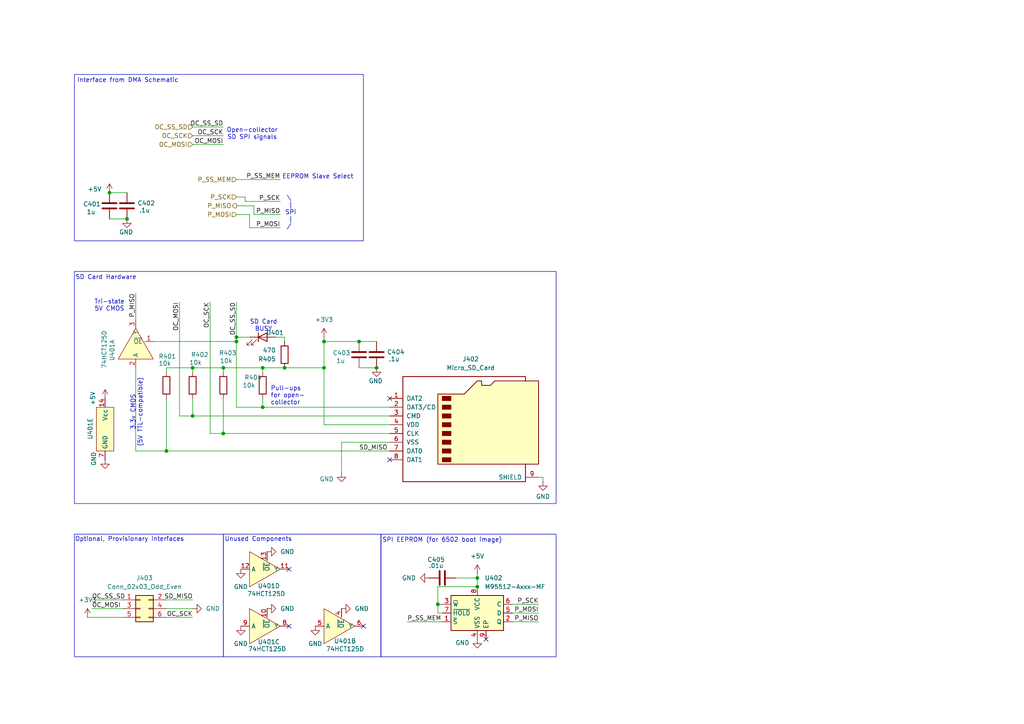
<source format=kicad_sch>
(kicad_sch (version 20250114) (generator "eeschema") (generator_version "9.0")
  (paper "A4")
  (title_block (title "65c02 Homebrew") (rev "Prelim") (company "Joseph R. Freeston") (comment 2 "https://github.com/snorklerjoe/useful6502") (comment 4 "A 65c02-based computer with peripheral i/o offloaded to a PIC16 microcontroller."))
  (lib_symbols
    (symbol "Connector:Micro_SD_Card" (pin_names (offset 1.016))
      (property "Reference" "J" (at -16.51 15.24 0))
      (property "Value" "Micro_SD_Card" (at 16.51 15.24 0))
      (symbol "Micro_SD_Card_0_1"
        (polyline (pts (xy -8.89 -11.43) (xy -8.89 8.89) (xy -1.27 8.89) (xy 2.54 12.7) (xy 3.81 12.7) (xy 3.81 11.43) (xy 6.35 11.43) (xy 7.62 12.7) (xy 20.32 12.7) (xy 20.32 -11.43) (xy -8.89 -11.43)) (stroke (width 0.254)) (fill (type background)))
        (rectangle (start -7.62 8.255) (end -5.08 6.985) (fill (type outline)))
        (rectangle (start -7.62 5.715) (end -5.08 4.445) (fill (type outline)))
        (rectangle (start -7.62 3.175) (end -5.08 1.905) (fill (type outline)))
        (rectangle (start -7.62 0.635) (end -5.08 -0.635) (fill (type outline)))
        (rectangle (start -7.62 -1.905) (end -5.08 -3.175) (fill (type outline)))
        (rectangle (start -7.62 -4.445) (end -5.08 -5.715) (fill (type outline)))
        (rectangle (start -7.62 -6.985) (end -5.08 -8.255) (fill (type outline)))
        (rectangle (start -7.62 -9.525) (end -5.08 -10.795) (fill (type outline)))
        (polyline (pts (xy 16.51 12.7) (xy 16.51 13.97) (xy -19.05 13.97) (xy -19.05 -16.51) (xy 16.51 -16.51) (xy 16.51 -11.43)) (stroke (width 0.254)))
      )
      (symbol "Micro_SD_Card_1_1"
        (pin bidirectional line (at -22.86 7.62 0) (length 3.81) (name "DAT2") (number "1"))
        (pin bidirectional line (at -22.86 5.08 0) (length 3.81) (name "DAT3/CD") (number "2"))
        (pin input line (at -22.86 2.54 0) (length 3.81) (name "CMD") (number "3"))
        (pin power_in line (at -22.86 0 0) (length 3.81) (name "VDD") (number "4"))
        (pin input line (at -22.86 -2.54 0) (length 3.81) (name "CLK") (number "5"))
        (pin power_in line (at -22.86 -5.08 0) (length 3.81) (name "VSS") (number "6"))
        (pin bidirectional line (at -22.86 -7.62 0) (length 3.81) (name "DAT0") (number "7"))
        (pin bidirectional line (at -22.86 -10.16 0) (length 3.81) (name "DAT1") (number "8"))
        (pin passive line (at 20.32 -15.24 180) (length 3.81) (name "SHIELD") (number "9"))
      )
    )
    (symbol "Connector_Generic:Conn_02x03_Odd_Even" (pin_names (offset 1.016) (hide yes))
      (property "Reference" "J" (at 1.27 5.08 0))
      (property "Value" "Conn_02x03_Odd_Even" (at 1.27 -5.08 0))
      (symbol "Conn_02x03_Odd_Even_1_1"
        (rectangle (start -1.27 3.81) (end 3.81 -3.81) (stroke (width 0.254)) (fill (type background)))
        (rectangle (start -1.27 2.667) (end 0 2.413) (stroke (width 0.1524)))
        (rectangle (start -1.27 0.127) (end 0 -0.127) (stroke (width 0.1524)))
        (rectangle (start -1.27 -2.413) (end 0 -2.667) (stroke (width 0.1524)))
        (rectangle (start 3.81 2.667) (end 2.54 2.413) (stroke (width 0.1524)))
        (rectangle (start 3.81 0.127) (end 2.54 -0.127) (stroke (width 0.1524)))
        (rectangle (start 3.81 -2.413) (end 2.54 -2.667) (stroke (width 0.1524)))
        (pin passive line (at -5.08 2.54 0) (length 3.81) (name "Pin_1") (number "1"))
        (pin passive line (at -5.08 0 0) (length 3.81) (name "Pin_3") (number "3"))
        (pin passive line (at -5.08 -2.54 0) (length 3.81) (name "Pin_5") (number "5"))
        (pin passive line (at 7.62 2.54 180) (length 3.81) (name "Pin_2") (number "2"))
        (pin passive line (at 7.62 0 180) (length 3.81) (name "Pin_4") (number "4"))
        (pin passive line (at 7.62 -2.54 180) (length 3.81) (name "Pin_6") (number "6"))
      )
    )
    (symbol "Device:C" (pin_numbers (hide yes)) (pin_names (offset 0.254))
      (property "Reference" "C" (at 0.635 2.54 0))
      (property "Value" "C" (at 0.635 -2.54 0))
      (symbol "C_0_1"
        (polyline (pts (xy -2.032 0.762) (xy 2.032 0.762)) (stroke (width 0.508)))
        (polyline (pts (xy -2.032 -0.762) (xy 2.032 -0.762)) (stroke (width 0.508)))
      )
      (symbol "C_1_1"
        (pin passive line (at 0 3.81 270) (length 2.794) (name "~") (number "1"))
        (pin passive line (at 0 -3.81 90) (length 2.794) (name "~") (number "2"))
      )
    )
    (symbol "Device:LED" (pin_numbers (hide yes)) (pin_names (offset 1.016) (hide yes))
      (property "Reference" "D" (at 0 2.54 0))
      (property "Value" "LED" (at 0 -2.54 0))
      (symbol "LED_0_1"
        (polyline (pts (xy -3.048 -0.762) (xy -4.572 -2.286) (xy -3.81 -2.286) (xy -4.572 -2.286) (xy -4.572 -1.524)))
        (polyline (pts (xy -1.778 -0.762) (xy -3.302 -2.286) (xy -2.54 -2.286) (xy -3.302 -2.286) (xy -3.302 -1.524)))
        (polyline (pts (xy -1.27 0) (xy 1.27 0)))
        (polyline (pts (xy -1.27 -1.27) (xy -1.27 1.27)) (stroke (width 0.254)))
        (polyline (pts (xy 1.27 -1.27) (xy 1.27 1.27) (xy -1.27 0) (xy 1.27 -1.27)) (stroke (width 0.254)))
      )
      (symbol "LED_1_1"
        (pin passive line (at -3.81 0 0) (length 2.54) (name "K") (number "1"))
        (pin passive line (at 3.81 0 180) (length 2.54) (name "A") (number "2"))
      )
    )
    (symbol "Device:R" (pin_numbers (hide yes)) (pin_names (offset 0))
      (property "Reference" "R" (at 2.032 0 90))
      (property "Value" "R" (at 0 0 90))
      (symbol "R_0_1"
        (rectangle (start -1.016 -2.54) (end 1.016 2.54) (stroke (width 0.254)))
      )
      (symbol "R_1_1"
        (pin passive line (at 0 3.81 270) (length 1.27) (name "~") (number "1"))
        (pin passive line (at 0 -3.81 90) (length 1.27) (name "~") (number "2"))
      )
    )
    (symbol "Memory_EEPROM:M95512-Axxx-MF"
      (property "Reference" "U" (at -7.62 6.35 0))
      (property "Value" "M95512-Axxx-MF" (at 6.35 -7.62 0))
      (symbol "M95512-Axxx-MF_1_1"
        (rectangle (start -7.62 5.08) (end 7.62 -5.08) (stroke (width 0.254)) (fill (type background)))
        (pin input line (at -10.16 2.54 0) (length 2.54) (name "~{W}") (number "3"))
        (pin input line (at -10.16 0 0) (length 2.54) (name "~{HOLD}") (number "7"))
        (pin input line (at -10.16 -2.54 0) (length 2.54) (name "~{S}") (number "1"))
        (pin power_in line (at 0 7.62 270) (length 2.54) (name "VCC") (number "8"))
        (pin power_in line (at 0 -7.62 90) (length 2.54) (name "VSS") (number "4"))
        (pin passive line (at 2.54 -7.62 90) (length 2.54) (name "EP") (number "9"))
        (pin input line (at 10.16 2.54 180) (length 2.54) (name "C") (number "6"))
        (pin input line (at 10.16 0 180) (length 2.54) (name "D") (number "5"))
        (pin output line (at 10.16 -2.54 180) (length 2.54) (name "Q") (number "2"))
      )
    )
    (symbol "custom:74HCT125D"
      (property "Reference" "U" (at 4.318 2.032 0))
      (property "Value" "74HCT125D" (at 8.636 0 0))
      (symbol "74HCT125D_1_1"
        (polyline (pts (xy -1.27 1.27) (xy -1.27 -5.08) (xy 7.62 0) (xy -1.27 5.08) (xy -1.27 1.27)) (fill (type background)))
        (pin input line (at -3.81 0 0) (length 2.54) (name "A") (number "2"))
        (pin input line (at 3.81 5.08 270) (length 2.54) (name "~{OE}") (number "1"))
        (pin tri_state line (at 10.16 0 180) (length 2.54) (name "Y") (number "3"))
      )
      (symbol "74HCT125D_2_1"
        (polyline (pts (xy -1.27 1.27) (xy -1.27 -5.08) (xy 7.62 0) (xy -1.27 5.08) (xy -1.27 1.27)) (fill (type background)))
        (pin input line (at -3.81 0 0) (length 2.54) (name "A") (number "5"))
        (pin input line (at 3.81 5.08 270) (length 2.54) (name "~{OE}") (number "4"))
        (pin tri_state line (at 10.16 0 180) (length 2.54) (name "Y") (number "6"))
      )
      (symbol "74HCT125D_3_1"
        (polyline (pts (xy -1.27 1.27) (xy -1.27 -5.08) (xy 7.62 0) (xy -1.27 5.08) (xy -1.27 1.27)) (fill (type background)))
        (pin input line (at -3.81 0 0) (length 2.54) (name "A") (number "9"))
        (pin input line (at 3.81 5.08 270) (length 2.54) (name "~{OE}") (number "10"))
        (pin tri_state line (at 10.16 0 180) (length 2.54) (name "Y") (number "8"))
      )
      (symbol "74HCT125D_4_1"
        (polyline (pts (xy -1.27 1.27) (xy -1.27 -5.08) (xy 7.62 0) (xy -1.27 5.08) (xy -1.27 1.27)) (fill (type background)))
        (pin input line (at -3.81 0 0) (length 2.54) (name "A") (number "12"))
        (pin input line (at 3.81 5.08 270) (length 2.54) (name "~{OE}") (number "13"))
        (pin tri_state line (at 10.16 0 180) (length 2.54) (name "Y") (number "11"))
      )
      (symbol "74HCT125D_5_1"
        (rectangle (start -2.54 5.08) (end 2.54 -7.62) (fill (type background)))
        (pin power_in line (at 0 7.62 270) (length 2.54) (name "Vcc") (number "14"))
        (pin power_in line (at 0 -10.16 90) (length 2.54) (name "GND") (number "7"))
      )
    )
    (symbol "power:+3V3" (power) (pin_numbers (hide yes)) (pin_names (offset 0) (hide yes))
      (property "Value" "+3V3" (at 0 3.556 0))
      (symbol "+3V3_0_1"
        (polyline (pts (xy -0.762 1.27) (xy 0 2.54)))
        (polyline (pts (xy 0 2.54) (xy 0.762 1.27)))
        (polyline (pts (xy 0 0) (xy 0 2.54)))
      )
      (symbol "+3V3_1_1"
        (pin power_in line (at 0 0 90) (length 0) (name "~") (number "1"))
      )
    )
    (symbol "power:+5V" (power) (pin_numbers (hide yes)) (pin_names (offset 0) (hide yes))
      (property "Value" "+5V" (at 0 3.556 0))
      (symbol "+5V_0_1"
        (polyline (pts (xy -0.762 1.27) (xy 0 2.54)))
        (polyline (pts (xy 0 2.54) (xy 0.762 1.27)))
        (polyline (pts (xy 0 0) (xy 0 2.54)))
      )
      (symbol "+5V_1_1"
        (pin power_in line (at 0 0 90) (length 0) (name "~") (number "1"))
      )
    )
    (symbol "power:GND" (power) (pin_numbers (hide yes)) (pin_names (offset 0) (hide yes))
      (property "Value" "GND" (at 0 -3.81 0))
      (symbol "GND_0_1"
        (polyline (pts (xy 0 0) (xy 0 -1.27) (xy 1.27 -1.27) (xy 0 -2.54) (xy -1.27 -1.27) (xy 0 -1.27)))
      )
      (symbol "GND_1_1"
        (pin power_in line (at 0 0 270) (length 0) (name "~") (number "1"))
      )
    )
  )
  (rectangle (start 64.77 154.94) (end 110.49 190.5))
  (rectangle (start 21.59 21.59) (end 105.41 69.85))
  (rectangle (start 21.59 78.74) (end 161.29 146.05))
  (rectangle (start 110.49 154.94) (end 161.29 190.5))
  (rectangle (start 21.59 154.94) (end 64.77 190.5))
  (text "3.3v CMOS\n(5V TTL-compatible)" (at 39.624 119.634 90) (effects (font (size 1.27 1.27))))
  (text "Interface from DMA Schematic" (at 37.084 23.368 0) (effects (font (size 1.27 1.27))))
  (text "Unused Components" (at 74.93 156.464 0) (effects (font (size 1.27 1.27))))
  (text "EEPROM Slave Select" (at 92.202 51.308 0) (effects (font (size 1.27 1.27))))
  (text "SD Card Hardware" (at 30.734 80.518 0) (effects (font (size 1.27 1.27))))
  (text "\\ \n|\nSPI\n|\n/ " (at 84.328 61.722 0) (effects (font (size 1.27 1.27))))
  (text "Pull-ups\nfor open-\ncollector" (at 78.486 114.808 0) (effects (font (size 1.27 1.27)) (justify left)))
  (text "SPI EEPROM (for 6502 boot image)" (at 128.27 156.718 0) (effects (font (size 1.27 1.27))))
  (text "Tri-state\n5V CMOS" (at 31.75 88.646 0) (effects (font (size 1.27 1.27))))
  (text "Optional, Provisionary Interfaces" (at 37.592 156.464 0) (effects (font (size 1.27 1.27))))
  (text "Open-collector\nSD SPI signals" (at 73.152 38.862 0) (effects (font (size 1.27 1.27))))
  (text "SD Card\nBUSY" (at 76.454 94.488 0) (effects (font (size 1.27 1.27))))
  (junction (at 93.98 99.06))
  (junction (at 104.14 99.06))
  (junction (at 68.58 99.06))
  (junction (at 76.2 106.68))
  (junction (at 68.58 97.79))
  (junction (at 36.83 63.5))
  (junction (at 127 175.26))
  (junction (at 31.75 55.88))
  (junction (at 55.88 120.65))
  (junction (at 109.22 106.68))
  (junction (at 138.43 170.18))
  (junction (at 93.98 106.68))
  (junction (at 64.77 125.73))
  (junction (at 48.26 130.81))
  (junction (at 64.77 106.68))
  (junction (at 55.88 106.68))
  (junction (at 76.2 118.11))
  (junction (at 82.55 106.68))
  (junction (at 138.43 167.64))
  (no_connect (at 113.03 133.35))
  (no_connect (at 140.97 185.42))
  (no_connect (at 83.82 165.1))
  (no_connect (at 105.41 181.61))
  (no_connect (at 83.82 181.61))
  (no_connect (at 113.03 115.57))
  (wire (pts (xy 31.75 63.5) (xy 36.83 63.5)))
  (wire (pts (xy 118.11 180.34) (xy 128.27 180.34)))
  (wire (pts (xy 72.39 62.23) (xy 68.58 62.23)))
  (wire (pts (xy 68.58 97.79) (xy 68.58 99.06)))
  (wire (pts (xy 148.59 175.26) (xy 156.21 175.26)))
  (wire (pts (xy 71.12 57.15) (xy 68.58 57.15)))
  (wire (pts (xy 127 175.26) (xy 127 170.18)))
  (wire (pts (xy 104.14 106.68) (xy 109.22 106.68)))
  (wire (pts (xy 128.27 177.8) (xy 127 177.8)))
  (wire (pts (xy 48.26 106.68) (xy 55.88 106.68)))
  (wire (pts (xy 64.77 115.57) (xy 64.77 125.73)))
  (wire (pts (xy 68.58 52.07) (xy 81.28 52.07)))
  (wire (pts (xy 55.88 179.07) (xy 48.26 179.07)))
  (wire (pts (xy 52.07 87.63) (xy 52.07 120.65)))
  (wire (pts (xy 82.55 106.68) (xy 93.98 106.68)))
  (wire (pts (xy 93.98 99.06) (xy 104.14 99.06)))
  (wire (pts (xy 48.26 130.81) (xy 113.03 130.81)))
  (wire (pts (xy 81.28 58.42) (xy 71.12 58.42)))
  (wire (pts (xy 68.58 118.11) (xy 76.2 118.11)))
  (wire (pts (xy 127 170.18) (xy 138.43 170.18)))
  (wire (pts (xy 93.98 97.79) (xy 93.98 99.06)))
  (wire (pts (xy 39.37 85.09) (xy 39.37 92.71)))
  (wire (pts (xy 104.14 99.06) (xy 109.22 99.06)))
  (wire (pts (xy 25.4 179.07) (xy 35.56 179.07)))
  (wire (pts (xy 60.96 125.73) (xy 64.77 125.73)))
  (wire (pts (xy 48.26 107.95) (xy 48.26 106.68)))
  (wire (pts (xy 55.88 176.53) (xy 48.26 176.53)))
  (wire (pts (xy 93.98 123.19) (xy 113.03 123.19)))
  (wire (pts (xy 64.77 106.68) (xy 76.2 106.68)))
  (wire (pts (xy 26.67 173.99) (xy 35.56 173.99)))
  (wire (pts (xy 76.2 106.68) (xy 82.55 106.68)))
  (wire (pts (xy 72.39 97.79) (xy 68.58 97.79)))
  (wire (pts (xy 138.43 167.64) (xy 138.43 170.18)))
  (wire (pts (xy 55.88 106.68) (xy 64.77 106.68)))
  (wire (pts (xy 71.12 58.42) (xy 71.12 57.15)))
  (wire (pts (xy 148.59 180.34) (xy 156.21 180.34)))
  (wire (pts (xy 55.88 173.99) (xy 48.26 173.99)))
  (wire (pts (xy 55.88 107.95) (xy 55.88 106.68)))
  (wire (pts (xy 52.07 120.65) (xy 55.88 120.65)))
  (wire (pts (xy 55.88 41.91) (xy 64.77 41.91)))
  (wire (pts (xy 39.37 130.81) (xy 39.37 106.68)))
  (wire (pts (xy 157.48 138.43) (xy 156.21 138.43)))
  (wire (pts (xy 76.2 115.57) (xy 76.2 118.11)))
  (wire (pts (xy 132.08 167.64) (xy 138.43 167.64)))
  (wire (pts (xy 64.77 125.73) (xy 113.03 125.73)))
  (wire (pts (xy 93.98 99.06) (xy 93.98 106.68)))
  (wire (pts (xy 64.77 107.95) (xy 64.77 106.68)))
  (wire (pts (xy 76.2 118.11) (xy 113.03 118.11)))
  (wire (pts (xy 99.06 137.16) (xy 99.06 128.27)))
  (wire (pts (xy 72.39 66.04) (xy 72.39 62.23)))
  (wire (pts (xy 138.43 166.37) (xy 138.43 167.64)))
  (wire (pts (xy 26.67 176.53) (xy 35.56 176.53)))
  (wire (pts (xy 60.96 87.63) (xy 60.96 125.73)))
  (wire (pts (xy 93.98 123.19) (xy 93.98 106.68)))
  (wire (pts (xy 73.66 59.69) (xy 68.58 59.69)))
  (wire (pts (xy 68.58 97.79) (xy 68.58 87.63)))
  (wire (pts (xy 39.37 130.81) (xy 48.26 130.81)))
  (wire (pts (xy 55.88 36.83) (xy 64.77 36.83)))
  (wire (pts (xy 81.28 66.04) (xy 72.39 66.04)))
  (wire (pts (xy 44.45 99.06) (xy 68.58 99.06)))
  (wire (pts (xy 127 175.26) (xy 128.27 175.26)))
  (wire (pts (xy 99.06 128.27) (xy 113.03 128.27)))
  (wire (pts (xy 31.75 55.88) (xy 36.83 55.88)))
  (wire (pts (xy 127 177.8) (xy 127 175.26)))
  (wire (pts (xy 82.55 99.06) (xy 82.55 97.79)))
  (wire (pts (xy 82.55 97.79) (xy 80.01 97.79)))
  (wire (pts (xy 55.88 39.37) (xy 64.77 39.37)))
  (wire (pts (xy 148.59 177.8) (xy 156.21 177.8)))
  (wire (pts (xy 68.58 99.06) (xy 68.58 118.11)))
  (wire (pts (xy 48.26 115.57) (xy 48.26 130.81)))
  (wire (pts (xy 81.28 62.23) (xy 73.66 62.23)))
  (wire (pts (xy 55.88 120.65) (xy 113.03 120.65)))
  (wire (pts (xy 55.88 115.57) (xy 55.88 120.65)))
  (wire (pts (xy 76.2 106.68) (xy 76.2 107.95)))
  (wire (pts (xy 157.48 139.7) (xy 157.48 138.43)))
  (wire (pts (xy 73.66 62.23) (xy 73.66 59.69)))
  (label "OC_SCK" (at 64.77 39.37 180))
  (label "OC_SS_SD" (at 64.77 36.83 180))
  (label "P_MOSI" (at 156.21 177.8 180))
  (label "P_MISO" (at 81.28 62.23 180))
  (label "OC_SCK" (at 55.88 179.07 180))
  (label "SD_MISO" (at 55.88 173.99 180))
  (label "SD_MISO" (at 104.14 130.81 0))
  (label "OC_SCK" (at 60.96 87.63 270))
  (label "OC_MOSI" (at 26.67 176.53 0))
  (label "P_SCK" (at 156.21 175.26 180))
  (label "OC_MOSI" (at 52.07 87.63 270))
  (label "OC_SS_SD" (at 26.67 173.99 0))
  (label "P_SCK" (at 81.28 58.42 180))
  (label "OC_MOSI" (at 64.77 41.91 180))
  (label "OC_SS_SD" (at 68.58 87.63 270))
  (label "P_SS_MEM" (at 81.28 52.07 180))
  (label "P_MISO" (at 156.21 180.34 180))
  (label "P_MISO" (at 39.37 85.09 270))
  (label "P_MOSI" (at 81.28 66.04 180))
  (label "P_SS_MEM" (at 118.11 180.34 0))
  (hierarchical_label "OC_SS_SD" (shape input) (at 55.88 36.83 180))
  (hierarchical_label "P_SS_MEM" (shape input) (at 68.58 52.07 180))
  (hierarchical_label "OC_MOSI" (shape input) (at 55.88 41.91 180))
  (hierarchical_label "P_SCK" (shape input) (at 68.58 57.15 180))
  (hierarchical_label "P_MISO" (shape output) (at 68.58 59.69 180))
  (hierarchical_label "OC_SCK" (shape input) (at 55.88 39.37 180))
  (hierarchical_label "P_MOSI" (shape input) (at 68.58 62.23 180))
  (symbol (lib_id "power:+5V") (at 138.43 166.37 0) (unit 1)
    (property "Reference" "#PWR0416" (effects (hide yes)))
    (property "Value" "+5V" (at 138.43 161.29 0))
    (property "Description" "Power symbol creates a global label with name \"+5V\"" (effects (hide yes)))
  )
  (symbol (lib_id "power:GND") (at 69.85 165.1 0) (unit 1)
    (property "Reference" "#PWR0406" (effects (hide yes)))
    (property "Value" "GND" (at 69.85 170.18 0))
    (property "Description" "Power symbol creates a global label with name \"GND\" , ground" (effects (hide yes)))
  )
  (symbol (lib_id "Device:R") (at 55.88 111.76 0) (unit 1)
    (property "Reference" "R402" (at 55.372 102.87 0) (effects (justify left)))
    (property "Value" "10k" (at 54.864 105.156 0) (effects (justify left)))
    (property "Footprint" "Resistor_SMD:R_0402_1005Metric" (effects (hide yes)))
    (property "Description" "Resistor" (effects (hide yes)))
  )
  (symbol (lib_id "Device:R") (at 48.26 111.76 0) (unit 1)
    (property "Reference" "R401" (at 45.974 103.378 0) (effects (justify left)))
    (property "Value" "10k" (at 45.974 105.41 0) (effects (justify left)))
    (property "Footprint" "Resistor_SMD:R_0402_1005Metric" (effects (hide yes)))
    (property "Description" "Resistor" (effects (hide yes)))
  )
  (symbol (lib_id "custom:74HCT125D") (at 73.66 165.1 0) (unit 4)
    (property "Reference" "U401" (at 77.978 169.926 0))
    (property "Value" "74HCT125D" (at 77.216 172.212 0))
    (property "Footprint" "Package_SO:SOIC-14_3.9x8.7mm_P1.27mm" (effects (hide yes)))
  )
  (symbol (lib_id "Device:C") (at 31.75 59.69 0) (unit 1)
    (property "Reference" "C401" (at 26.67 59.182 0))
    (property "Value" "1u" (at 26.416 61.468 0))
    (property "Footprint" "Capacitor_SMD:C_0402_1005Metric" (effects (hide yes)))
    (property "Description" "Unpolarized capacitor" (effects (hide yes)))
  )
  (symbol (lib_id "Device:R") (at 76.2 111.76 0) (unit 1)
    (property "Reference" "R404" (at 70.866 109.474 0) (effects (justify left)))
    (property "Value" "10k" (at 70.358 111.76 0) (effects (justify left)))
    (property "Footprint" "Resistor_SMD:R_0402_1005Metric" (effects (hide yes)))
    (property "Description" "Resistor" (effects (hide yes)))
  )
  (symbol (lib_id "Device:C") (at 104.14 102.87 0) (unit 1)
    (property "Reference" "C403" (at 99.06 102.362 0))
    (property "Value" "1u" (at 98.806 104.648 0))
    (property "Footprint" "Capacitor_SMD:C_0402_1005Metric" (effects (hide yes)))
    (property "Description" "Unpolarized capacitor" (effects (hide yes)))
  )
  (symbol (lib_id "power:+3V3") (at 93.98 97.79 0) (unit 1)
    (property "Reference" "#PWR0411" (effects (hide yes)))
    (property "Value" "+3V3" (at 93.98 92.71 0))
    (property "Description" "Power symbol creates a global label with name \"+3V3\"" (effects (hide yes)))
  )
  (symbol (lib_id "Device:R") (at 64.77 111.76 0) (unit 1)
    (property "Reference" "R403" (at 63.5 102.362 0) (effects (justify left)))
    (property "Value" "10k" (at 63.754 104.648 0) (effects (justify left)))
    (property "Footprint" "Resistor_SMD:R_0402_1005Metric" (effects (hide yes)))
    (property "Description" "Resistor" (effects (hide yes)))
  )
  (symbol (lib_id "power:GND") (at 138.43 185.42 0) (unit 1)
    (property "Reference" "#PWR0417" (effects (hide yes)))
    (property "Value" "GND" (at 134.112 186.436 0))
    (property "Description" "Power symbol creates a global label with name \"GND\" , ground" (effects (hide yes)))
  )
  (symbol (lib_id "power:+3V3") (at 25.4 179.07 0) (unit 1)
    (property "Reference" "#PWR0419" (effects (hide yes)))
    (property "Value" "+3V3" (at 25.4 173.99 0))
    (property "Description" "Power symbol creates a global label with name \"+3V3\"" (effects (hide yes)))
  )
  (symbol (lib_id "Memory_EEPROM:M95512-Axxx-MF") (at 138.43 177.8 0) (unit 1)
    (property "Reference" "U402" (at 140.5733 167.64 0) (effects (justify left)))
    (property "Value" "M95512-Axxx-MF" (at 140.5733 170.18 0) (effects (justify left)))
    (property "Footprint" "Package_SO:TSSOP-8_4.4x3mm_P0.65mm" (effects (hide yes)))
    (property "Datasheet" "https://www.st.com/resource/en/datasheet/m95512-a125.pdf" (effects (hide yes)))
    (property "Description" "Automotive 512-Kbit serial SPI bus EEPROMs with high-speed clock, DFN-8" (effects (hide yes)))
  )
  (symbol (lib_id "power:GND") (at 36.83 63.5 0) (unit 1)
    (property "Reference" "#PWR0405" (effects (hide yes)))
    (property "Value" "GND" (at 36.576 67.31 0))
    (property "Description" "Power symbol creates a global label with name \"GND\" , ground" (effects (hide yes)))
  )
  (symbol (lib_id "Device:R") (at 82.55 102.87 0) (unit 1)
    (property "Reference" "R405" (at 80.01 104.1401 0) (effects (justify right)))
    (property "Value" "470" (at 80.01 101.6001 0) (effects (justify right)))
    (property "Footprint" "Resistor_SMD:R_0402_1005Metric" (effects (hide yes)))
    (property "Description" "Resistor" (effects (hide yes)))
  )
  (symbol (lib_id "power:GND") (at 30.48 133.35 0) (unit 1)
    (property "Reference" "#PWR0402" (effects (hide yes)))
    (property "Value" "GND" (at 27.178 133.096 90))
    (property "Description" "Power symbol creates a global label with name \"GND\" , ground" (effects (hide yes)))
  )
  (symbol (lib_id "power:GND") (at 99.06 137.16 0) (unit 1)
    (property "Reference" "#PWR0412" (effects (hide yes)))
    (property "Value" "GND" (at 94.742 138.938 0))
    (property "Description" "Power symbol creates a global label with name \"GND\" , ground" (effects (hide yes)))
  )
  (symbol (lib_id "power:+5V") (at 31.75 55.88 0) (unit 1)
    (property "Reference" "#PWR0403" (effects (hide yes)))
    (property "Value" "+5V" (at 25.4 54.864 0) (effects (justify left)))
    (property "Description" "Power symbol creates a global label with name \"+5V\"" (effects (hide yes)))
  )
  (symbol (lib_id "Connector:Micro_SD_Card") (at 135.89 123.19 0) (unit 1)
    (property "Reference" "J402" (at 136.525 104.14 0))
    (property "Value" "Micro_SD_Card" (at 136.525 106.68 0))
    (property "Footprint" "Connector_Card:microSD_HC_Wuerth_693072010801" (effects (hide yes)))
    (property "Datasheet" "https://www.we-online.com/components/products/datasheet/693072010801.pdf" (effects (hide yes)))
    (property "Description" "Micro SD Card Socket" (effects (hide yes)))
  )
  (symbol (lib_id "power:GND") (at 99.06 176.53 90) (unit 1)
    (property "Reference" "#PWR0413" (effects (hide yes)))
    (property "Value" "GND" (at 102.87 176.5299 90) (effects (justify right)))
    (property "Description" "Power symbol creates a global label with name \"GND\" , ground" (effects (hide yes)))
  )
  (symbol (lib_id "custom:74HCT125D") (at 30.48 123.19 0) (unit 5)
    (property "Reference" "U401" (at 26.162 127.508 90) (effects (justify left)))
    (property "Value" "74HCT125D" (effects (hide yes)))
    (property "Footprint" "Package_SO:SOIC-14_3.9x8.7mm_P1.27mm" (effects (hide yes)))
  )
  (symbol (lib_id "power:GND") (at 91.44 181.61 0) (unit 1)
    (property "Reference" "#PWR0410" (effects (hide yes)))
    (property "Value" "GND" (at 91.44 186.69 0))
    (property "Description" "Power symbol creates a global label with name \"GND\" , ground" (effects (hide yes)))
  )
  (symbol (lib_id "power:GND") (at 69.85 181.61 0) (unit 1)
    (property "Reference" "#PWR0407" (effects (hide yes)))
    (property "Value" "GND" (at 69.85 186.69 0))
    (property "Description" "Power symbol creates a global label with name \"GND\" , ground" (effects (hide yes)))
  )
  (symbol (lib_id "custom:74HCT125D") (at 95.25 181.61 0) (unit 2)
    (property "Reference" "U401" (at 100.076 185.928 0))
    (property "Value" "74HCT125D" (at 100.076 188.214 0))
    (property "Footprint" "Package_SO:SOIC-14_3.9x8.7mm_P1.27mm" (effects (hide yes)))
  )
  (symbol (lib_id "power:GND") (at 124.46 167.64 270) (unit 1)
    (property "Reference" "#PWR0415" (effects (hide yes)))
    (property "Value" "GND" (at 120.65 167.6399 90) (effects (justify right)))
    (property "Description" "Power symbol creates a global label with name \"GND\" , ground" (effects (hide yes)))
  )
  (symbol (lib_id "power:GND") (at 77.47 160.02 90) (unit 1)
    (property "Reference" "#PWR0408" (effects (hide yes)))
    (property "Value" "GND" (at 81.28 160.0199 90) (effects (justify right)))
    (property "Description" "Power symbol creates a global label with name \"GND\" , ground" (effects (hide yes)))
  )
  (symbol (lib_id "Device:C") (at 128.27 167.64 270) (unit 1)
    (property "Reference" "C405" (at 126.492 162.306 90))
    (property "Value" ".01u" (at 126.492 164.084 90))
    (property "Footprint" "Capacitor_SMD:C_0402_1005Metric" (effects (hide yes)))
    (property "Description" "Unpolarized capacitor" (effects (hide yes)))
  )
  (symbol (lib_id "Device:C") (at 36.83 59.69 0) (unit 1)
    (property "Reference" "C402" (at 42.418 58.928 0))
    (property "Value" ".1u" (at 41.91 60.96 0))
    (property "Footprint" "Capacitor_SMD:C_0402_1005Metric" (effects (hide yes)))
    (property "Description" "Unpolarized capacitor" (effects (hide yes)))
  )
  (symbol (lib_id "power:GND") (at 109.22 106.68 0) (unit 1)
    (property "Reference" "#PWR0414" (effects (hide yes)))
    (property "Value" "GND" (at 108.966 110.49 0))
    (property "Description" "Power symbol creates a global label with name \"GND\" , ground" (effects (hide yes)))
  )
  (symbol (lib_id "Connector_Generic:Conn_02x03_Odd_Even") (at 40.64 176.53 0) (unit 1)
    (property "Reference" "J403" (at 41.91 167.64 0))
    (property "Value" "Conn_02x03_Odd_Even" (at 41.91 170.18 0))
    (property "Footprint" "Connector_PinHeader_2.54mm:PinHeader_2x03_P2.54mm_Vertical_SMD" (effects (hide yes)))
    (property "Description" "Generic connector, double row, 02x03, odd/even pin numbering scheme (row 1 odd numbers, row 2 even numbers), script generated (kicad-library-utils/schlib/autogen/connector/)" (effects (hide yes)))
  )
  (symbol (lib_id "power:GND") (at 77.47 176.53 90) (unit 1)
    (property "Reference" "#PWR0409" (effects (hide yes)))
    (property "Value" "GND" (at 81.28 176.5299 90) (effects (justify right)))
    (property "Description" "Power symbol creates a global label with name \"GND\" , ground" (effects (hide yes)))
  )
  (symbol (lib_id "power:GND") (at 157.48 139.7 0) (unit 1)
    (property "Reference" "#PWR0418" (effects (hide yes)))
    (property "Value" "GND" (at 157.48 144.018 0))
    (property "Description" "Power symbol creates a global label with name \"GND\" , ground" (effects (hide yes)))
  )
  (symbol (lib_id "power:+5V") (at 30.48 115.57 0) (unit 1)
    (property "Reference" "#PWR0401" (effects (hide yes)))
    (property "Value" "+5V" (at 26.924 117.602 90) (effects (justify left)))
    (property "Description" "Power symbol creates a global label with name \"+5V\"" (effects (hide yes)))
  )
  (symbol (lib_id "custom:74HCT125D") (at 73.66 181.61 0) (unit 3)
    (property "Reference" "U401" (at 77.978 186.182 0))
    (property "Value" "74HCT125D" (at 77.47 188.214 0))
    (property "Footprint" "Package_SO:SOIC-14_3.9x8.7mm_P1.27mm" (effects (hide yes)))
  )
  (symbol (lib_id "Device:LED") (at 76.2 97.79 0) (unit 1)
    (property "Reference" "D401" (at 79.756 96.52 0))
    (property "Value" "LED" (effects (hide yes)))
    (property "Footprint" "LED_SMD:LED_0402_1005Metric" (effects (hide yes)))
    (property "Description" "Light emitting diode" (effects (hide yes)))
    (property "Sim.Pins" "1=K 2=A" (effects (hide yes)))
  )
  (symbol (lib_id "custom:74HCT125D") (at 39.37 102.87 270) (mirror x) (unit 1)
    (property "Reference" "U401" (at 32.512 101.6 0))
    (property "Value" "74HCT125D" (at 30.226 101.346 0))
    (property "Footprint" "Package_SO:SOIC-14_3.9x8.7mm_P1.27mm" (effects (hide yes)))
  )
  (symbol (lib_id "power:GND") (at 55.88 176.53 90) (unit 1)
    (property "Reference" "#PWR0404" (effects (hide yes)))
    (property "Value" "GND" (at 59.69 176.5301 90) (effects (justify right)))
    (property "Description" "Power symbol creates a global label with name \"GND\" , ground" (effects (hide yes)))
  )
  (symbol (lib_id "Device:C") (at 109.22 102.87 0) (unit 1)
    (property "Reference" "C404" (at 114.808 102.108 0))
    (property "Value" ".1u" (at 114.3 104.14 0))
    (property "Footprint" "Capacitor_SMD:C_0402_1005Metric" (effects (hide yes)))
    (property "Description" "Unpolarized capacitor" (effects (hide yes)))
  )
)
</source>
